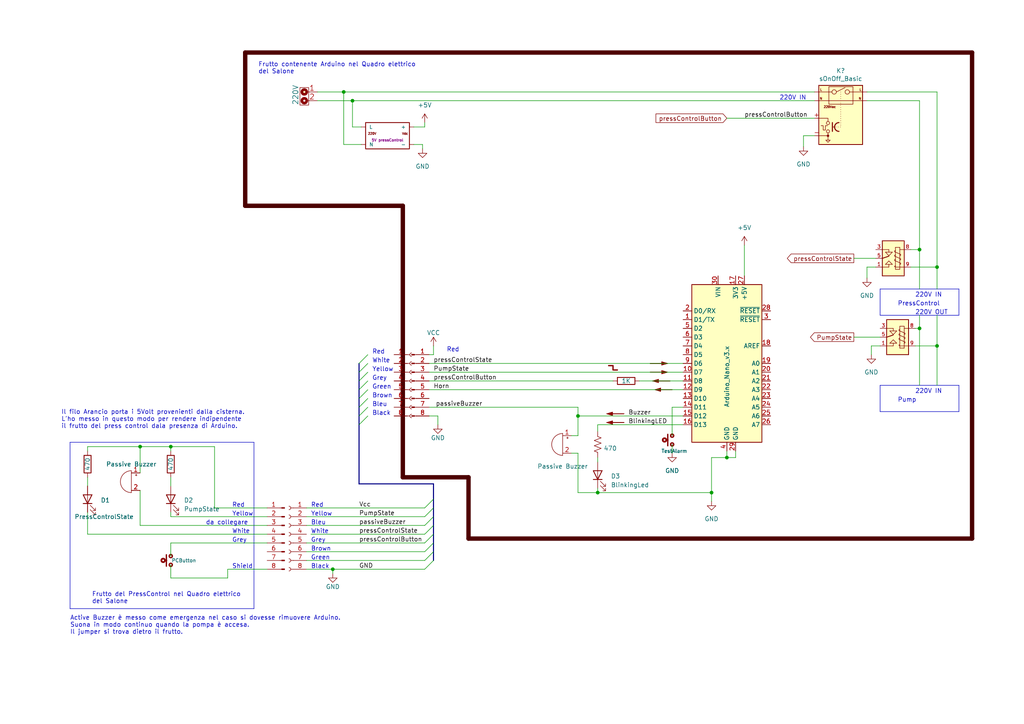
<source format=kicad_sch>
(kicad_sch (version 20230121) (generator eeschema)
  (paper "A4")
  (title_block (title "Allarme per pompa cisterna") (date "2020-02-16") (rev "1.1") (comment 2 "Esaurito un determinato tempo Arduino provvede direttamente a spegnere la pompa") (comment 3 "Il tutto prosegue fino a che la pompa si spegne") (comment 4 "Quando la pompa si accende Arduino provvede ad emettere dei suoni "))
  (lib_symbols
    (symbol "Connector:Conn_01x08_Pin" (pin_names (offset 1.016) hide)
      (property "Reference" "J" (at 0 10.16 0))
      (property "Value" "Conn_01x08_Pin" (at 0 -12.7 0))
      (symbol "Conn_01x08_Pin_1_1"
        (polyline (pts (xy 1.27 -10.16) (xy 0.8636 -10.16)) (stroke (width 0.1524)))
        (polyline (pts (xy 1.27 -7.62) (xy 0.8636 -7.62)) (stroke (width 0.1524)))
        (polyline (pts (xy 1.27 -5.08) (xy 0.8636 -5.08)) (stroke (width 0.1524)))
        (polyline (pts (xy 1.27 -2.54) (xy 0.8636 -2.54)) (stroke (width 0.1524)))
        (polyline (pts (xy 1.27 0) (xy 0.8636 0)) (stroke (width 0.1524)))
        (polyline (pts (xy 1.27 2.54) (xy 0.8636 2.54)) (stroke (width 0.1524)))
        (polyline (pts (xy 1.27 5.08) (xy 0.8636 5.08)) (stroke (width 0.1524)))
        (polyline (pts (xy 1.27 7.62) (xy 0.8636 7.62)) (stroke (width 0.1524)))
        (rectangle (start 0.8636 -10.033) (end 0 -10.287) (stroke (width 0.1524)) (fill (type outline)))
        (rectangle (start 0.8636 -7.493) (end 0 -7.747) (stroke (width 0.1524)) (fill (type outline)))
        (rectangle (start 0.8636 -4.953) (end 0 -5.207) (stroke (width 0.1524)) (fill (type outline)))
        (rectangle (start 0.8636 -2.413) (end 0 -2.667) (stroke (width 0.1524)) (fill (type outline)))
        (rectangle (start 0.8636 0.127) (end 0 -0.127) (stroke (width 0.1524)) (fill (type outline)))
        (rectangle (start 0.8636 2.667) (end 0 2.413) (stroke (width 0.1524)) (fill (type outline)))
        (rectangle (start 0.8636 5.207) (end 0 4.953) (stroke (width 0.1524)) (fill (type outline)))
        (rectangle (start 0.8636 7.747) (end 0 7.493) (stroke (width 0.1524)) (fill (type outline)))
        (pin passive line (at 5.08 7.62 180) (length 3.81) (name "Pin_1") (number "1"))
        (pin passive line (at 5.08 5.08 180) (length 3.81) (name "Pin_2") (number "2"))
        (pin passive line (at 5.08 2.54 180) (length 3.81) (name "Pin_3") (number "3"))
        (pin passive line (at 5.08 0 180) (length 3.81) (name "Pin_4") (number "4"))
        (pin passive line (at 5.08 -2.54 180) (length 3.81) (name "Pin_5") (number "5"))
        (pin passive line (at 5.08 -5.08 180) (length 3.81) (name "Pin_6") (number "6"))
        (pin passive line (at 5.08 -7.62 180) (length 3.81) (name "Pin_7") (number "7"))
        (pin passive line (at 5.08 -10.16 180) (length 3.81) (name "Pin_8") (number "8"))
      )
    )
    (symbol "Connector:Conn_01x08_Socket" (pin_names (offset 1.016) hide)
      (property "Reference" "J" (at 0 10.16 0))
      (property "Value" "Conn_01x08_Socket" (at 0 -12.7 0))
      (symbol "Conn_01x08_Socket_1_1"
        (arc (start 0 -9.652) (mid -0.5058 -10.16) (end 0 -10.668) (stroke (width 0.1524)))
        (arc (start 0 -7.112) (mid -0.5058 -7.62) (end 0 -8.128) (stroke (width 0.1524)))
        (arc (start 0 -4.572) (mid -0.5058 -5.08) (end 0 -5.588) (stroke (width 0.1524)))
        (arc (start 0 -2.032) (mid -0.5058 -2.54) (end 0 -3.048) (stroke (width 0.1524)))
        (polyline (pts (xy -1.27 -10.16) (xy -0.508 -10.16)) (stroke (width 0.1524)))
        (polyline (pts (xy -1.27 -7.62) (xy -0.508 -7.62)) (stroke (width 0.1524)))
        (polyline (pts (xy -1.27 -5.08) (xy -0.508 -5.08)) (stroke (width 0.1524)))
        (polyline (pts (xy -1.27 -2.54) (xy -0.508 -2.54)) (stroke (width 0.1524)))
        (polyline (pts (xy -1.27 0) (xy -0.508 0)) (stroke (width 0.1524)))
        (polyline (pts (xy -1.27 2.54) (xy -0.508 2.54)) (stroke (width 0.1524)))
        (polyline (pts (xy -1.27 5.08) (xy -0.508 5.08)) (stroke (width 0.1524)))
        (polyline (pts (xy -1.27 7.62) (xy -0.508 7.62)) (stroke (width 0.1524)))
        (arc (start 0 0.508) (mid -0.5058 0) (end 0 -0.508) (stroke (width 0.1524)))
        (arc (start 0 3.048) (mid -0.5058 2.54) (end 0 2.032) (stroke (width 0.1524)))
        (arc (start 0 5.588) (mid -0.5058 5.08) (end 0 4.572) (stroke (width 0.1524)))
        (arc (start 0 8.128) (mid -0.5058 7.62) (end 0 7.112) (stroke (width 0.1524)))
        (pin passive line (at -5.08 7.62 0) (length 3.81) (name "Pin_1") (number "1"))
        (pin passive line (at -5.08 5.08 0) (length 3.81) (name "Pin_2") (number "2"))
        (pin passive line (at -5.08 2.54 0) (length 3.81) (name "Pin_3") (number "3"))
        (pin passive line (at -5.08 0 0) (length 3.81) (name "Pin_4") (number "4"))
        (pin passive line (at -5.08 -2.54 0) (length 3.81) (name "Pin_5") (number "5"))
        (pin passive line (at -5.08 -5.08 0) (length 3.81) (name "Pin_6") (number "6"))
        (pin passive line (at -5.08 -7.62 0) (length 3.81) (name "Pin_7") (number "7"))
        (pin passive line (at -5.08 -10.16 0) (length 3.81) (name "Pin_8") (number "8"))
      )
    )
    (symbol "Device:Buzzer" (pin_names (offset 0.0254) hide)
      (property "Reference" "BZ" (at 3.81 1.27 0))
      (property "Value" "Buzzer" (at 3.81 -1.27 0))
      (symbol "Buzzer_0_1"
        (arc (start 0 -3.175) (mid 3.1612 0) (end 0 3.175))
        (polyline (pts (xy -1.651 1.905) (xy -1.143 1.905)))
        (polyline (pts (xy -1.397 2.159) (xy -1.397 1.651)))
        (polyline (pts (xy 0 3.175) (xy 0 -3.175)))
      )
      (symbol "Buzzer_1_1"
        (pin passive line (at -2.54 2.54 0) (length 2.54) (name "-") (number "1"))
        (pin passive line (at -2.54 -2.54 0) (length 2.54) (name "+") (number "2"))
      )
    )
    (symbol "Device:LED" (pin_numbers hide) (pin_names (offset 1.016) hide)
      (property "Reference" "D" (at 0 2.54 0))
      (property "Value" "LED" (at 0 -2.54 0))
      (symbol "LED_0_1"
        (polyline (pts (xy -1.27 -1.27) (xy -1.27 1.27)) (stroke (width 0.254)))
        (polyline (pts (xy -1.27 0) (xy 1.27 0)))
        (polyline (pts (xy 1.27 -1.27) (xy 1.27 1.27) (xy -1.27 0) (xy 1.27 -1.27)) (stroke (width 0.254)))
        (polyline (pts (xy -3.048 -0.762) (xy -4.572 -2.286) (xy -3.81 -2.286) (xy -4.572 -2.286) (xy -4.572 -1.524)))
        (polyline (pts (xy -1.778 -0.762) (xy -3.302 -2.286) (xy -2.54 -2.286) (xy -3.302 -2.286) (xy -3.302 -1.524)))
      )
      (symbol "LED_1_1"
        (pin passive line (at -3.81 0 0) (length 2.54) (name "K") (number "1"))
        (pin passive line (at 3.81 0 180) (length 2.54) (name "A") (number "2"))
      )
    )
    (symbol "Device:R" (pin_numbers hide) (pin_names (offset 0))
      (property "Reference" "R" (at 2.032 0 90))
      (property "Value" "R" (at 0 0 90))
      (symbol "R_0_1"
        (rectangle (start -1.016 -2.54) (end 1.016 2.54) (stroke (width 0.254)))
      )
      (symbol "R_1_1"
        (pin passive line (at 0 3.81 270) (length 1.27) (name "~") (number "1"))
        (pin passive line (at 0 -3.81 90) (length 1.27) (name "~") (number "2"))
      )
    )
    (symbol "Device:R_US" (pin_numbers hide) (pin_names (offset 0))
      (property "Reference" "R" (at 2.54 0 90))
      (property "Value" "R_US" (at -2.54 0 90))
      (symbol "R_US_0_1"
        (polyline (pts (xy 0 -2.286) (xy 0 -2.54)))
        (polyline (pts (xy 0 2.286) (xy 0 2.54)))
        (polyline (pts (xy 0 -0.762) (xy 1.016 -1.143) (xy 0 -1.524) (xy -1.016 -1.905) (xy 0 -2.286)))
        (polyline (pts (xy 0 0.762) (xy 1.016 0.381) (xy 0 0) (xy -1.016 -0.381) (xy 0 -0.762)))
        (polyline (pts (xy 0 2.286) (xy 1.016 1.905) (xy 0 1.524) (xy -1.016 1.143) (xy 0 0.762)))
      )
      (symbol "R_US_1_1"
        (pin passive line (at 0 3.81 270) (length 1.27) (name "~") (number "1"))
        (pin passive line (at 0 -3.81 90) (length 1.27) (name "~") (number "2"))
      )
    )
    (symbol "Graphic:SYM_Arrow_Normal" (in_bom no) (on_board no)
      (symbol "SYM_Arrow_Normal_0_1"
        (polyline (pts (xy 1.524 0) (xy -2.54 0)) (stroke (width 0.254)))
        (polyline (pts (xy 2.54 0) (xy 0.762 -0.508) (xy 0.762 0.508) (xy 2.54 0)) (fill (type outline)))
      )
    )
    (symbol "LnConnectors:CONN_02" (pin_names (offset 0.762) hide)
      (property "Reference" "J" (at 0 8.89 0))
      (property "Value" "CONN_02" (at 0 5.08 0))
      (symbol "CONN_02_0_1"
        (rectangle (start -1.27 7.62) (end 1.27 2.54))
        (circle (center 0 3.81) (radius 0.6858) (stroke (width 0.762)))
        (circle (center 0 6.35) (radius 0.6858) (stroke (width 0.762)) (fill (type background)))
      )
      (symbol "CONN_02_1_1"
        (pin passive line (at 3.81 6.35 180) (length 3.175) (name "1") (number "1"))
        (pin passive line (at 3.81 3.81 180) (length 3.175) (name "2") (number "2"))
      )
    )
    (symbol "LnDevice:Alimentatore" (pin_names (offset 1.016))
      (property "Reference" "Al" (at 0 1.905 0))
      (property "Value" "Alimentatore" (at 0 -2.54 0))
      (symbol "Alimentatore_0_0"
        (text "Vdc" (at 5.08 0.635 0) (effects (font (size 0.635 0.635))))
      )
      (symbol "Alimentatore_0_1"
        (rectangle (start -6.35 3.81) (end 6.35 -3.81) (stroke (width 0.254)))
        (pin power_out line (at 7.62 2.54 180) (length 1.27) (name "+") (number "~"))
        (pin power_out line (at 7.62 -2.54 180) (length 1.27) (name "-") (number "~"))
        (pin power_in line (at -7.62 2.54 0) (length 1.27) (name "L") (number "~"))
        (pin power_in line (at -7.62 -2.54 0) (length 1.27) (name "N") (number "~"))
      )
      (symbol "Alimentatore_1_0"
        (text "220V" (at -4.445 0.635 0) (effects (font (size 0.635 0.635))))
      )
    )
    (symbol "LnDevice:Edge" (pin_numbers hide) (pin_names (offset 0))
      (symbol "Edge_0_1"
        (polyline (pts (xy -1.27 1.905) (xy 0 1.905) (xy 0 0.635) (xy 1.27 0.635)) (stroke (width 0.381)))
      )
    )
    (symbol "LnDevice:PulsanteNO" (pin_numbers hide) (pin_names (offset 1.016) hide)
      (property "Reference" "SW" (at 3.81 2.794 0))
      (property "Value" "PulsanteNO" (at 0 -2.032 0))
      (symbol "PulsanteNO_0_1"
        (circle (center -1.27 0) (radius 0.4572) (stroke (width 0.381)))
        (polyline (pts (xy -1.651 1.27) (xy 1.651 1.27)) (stroke (width 0.381)))
        (polyline (pts (xy 0 1.651) (xy 0 1.27)) (stroke (width 0.508)))
        (circle (center 0.0254 2.2098) (radius 0.508) (stroke (width 0.508)))
        (circle (center 1.27 0) (radius 0.4572) (stroke (width 0.381)))
        (pin passive line (at -1.27 0 0) (length 0.0254) (name "1") (number "1"))
        (pin passive line (at 1.27 0 180) (length 0.0254) (name "2") (number "2"))
      )
    )
    (symbol "LnDevice:RELAY_1RT" (pin_names (offset 1.016) hide)
      (property "Reference" "K" (at -1.27 5.08 0))
      (property "Value" "RELAY_1RT" (at 0 -5.08 0))
      (symbol "RELAY_1RT_0_1"
        (rectangle (start -3.175 6.35) (end 3.175 -3.81) (stroke (width 0.254)) (fill (type background)))
        (polyline (pts (xy -3.175 -1.27) (xy -1.905 -1.27)))
        (polyline (pts (xy -3.175 3.81) (xy -1.905 3.81)))
        (polyline (pts (xy -1.905 4.445) (xy -1.905 -1.905)))
        (polyline (pts (xy -1.905 4.445) (xy -0.635 4.445)))
        (polyline (pts (xy -0.635 -1.905) (xy -1.905 -1.905)))
        (polyline (pts (xy -0.635 4.445) (xy -0.635 -1.905)))
        (polyline (pts (xy 0.254 -0.4826) (xy 2.2606 -0.4826)))
        (polyline (pts (xy 0.254 3.0734) (xy 2.2606 3.0734)))
        (polyline (pts (xy 1.27 -1.27) (xy 1.27 -0.762)))
        (polyline (pts (xy 1.27 -0.762) (xy 1.27 -0.4826)))
        (polyline (pts (xy 1.27 0.508) (xy 0.254 -0.4826)))
        (polyline (pts (xy 1.27 1.905) (xy 3.175 1.27)) (stroke (width 0.254)))
        (polyline (pts (xy 1.27 2.032) (xy 0.254 3.0734)))
        (polyline (pts (xy 1.27 3.81) (xy 1.27 3.175)))
        (polyline (pts (xy 1.27 3.81) (xy 3.175 3.81)))
        (polyline (pts (xy 2.2606 -0.4826) (xy 1.27 0.508)))
        (polyline (pts (xy 2.2606 3.0734) (xy 1.27 2.032)))
        (polyline (pts (xy 3.175 -1.27) (xy 1.27 -1.27)))
        (polyline (pts (xy -1.905 -1.27) (xy -0.635 -1.27) (xy -0.381 -1.143) (xy -0.381 -1.016) (xy -0.635 -0.889)))
        (polyline (pts (xy -1.905 -0.508) (xy -2.159 -0.381) (xy -2.159 -0.127) (xy -0.381 0.635) (xy -0.381 0.889) (xy -0.635 1.016)))
        (polyline (pts (xy -1.905 0.762) (xy -2.159 0.889) (xy -2.159 1.143) (xy -0.381 1.905) (xy -0.381 2.159) (xy -0.635 2.286)))
        (polyline (pts (xy -1.905 2.032) (xy -2.159 2.159) (xy -2.159 2.413) (xy -0.381 3.175) (xy -0.381 3.429) (xy -0.635 3.556)))
      )
      (symbol "RELAY_1RT_1_1"
        (pin passive line (at 5.08 -1.27 180) (length 1.905) (name "T1") (number "1"))
        (pin passive line (at 5.08 3.81 180) (length 1.905) (name "R1") (number "3"))
        (pin passive line (at 5.08 1.27 180) (length 1.905) (name "C1") (number "5"))
        (pin input line (at -5.08 3.81 0) (length 1.905) (name "8") (number "8"))
        (pin input line (at -5.08 -1.27 0) (length 1.905) (name "9") (number "9"))
      )
    )
    (symbol "LnDevice:sOnOff_Basic" (pin_names (offset 1.016))
      (property "Reference" "K" (at 3.175 -0.635 0))
      (property "Value" "sOnOff_Basic" (at -5.08 10.16 0))
      (symbol "sOnOff_Basic_0_0"
        (polyline (pts (xy -6.35 5.08) (xy -2.54 5.08)))
        (polyline (pts (xy -3.429 6.604) (xy -3.429 1.524) (xy 3.556 1.524) (xy 3.556 6.604) (xy -3.429 6.604)))
        (text "220Vac" (at -3.175 0.762 0) (effects (font (size 0.635 0.635))))
        (text "L" (at -5.715 5.715 0) (effects (font (size 0.635 0.635))))
        (text "L" (at 5.715 5.715 0) (effects (font (size 0.635 0.635))))
        (text "N" (at -5.715 3.175 0) (effects (font (size 0.635 0.635))))
        (text "N" (at 5.588 3.175 0) (effects (font (size 0.635 0.635))))
      )
      (symbol "sOnOff_Basic_0_1"
        (rectangle (start -6.35 6.985) (end 6.35 -10.16) (stroke (width 0.254)) (fill (type background)))
        (circle (center -3.683 -7.62) (radius 0.2794) (fill (type outline)))
        (circle (center -1.905 5.08) (radius 0.635))
        (arc (start -0.508 -3.81) (mid -1.7725 -5.08) (end -0.508 -6.35) (stroke (width 0.3048)))
        (polyline (pts (xy -6.223 2.54) (xy 6.477 2.54)))
        (polyline (pts (xy -3.683 -7.62) (xy -3.683 -8.89)))
        (polyline (pts (xy -2.413 -6.35) (xy -2.413 -3.81)) (stroke (width 0.3048)))
        (polyline (pts (xy -1.778 -5.08) (xy -2.413 -5.08)))
        (polyline (pts (xy -1.27 5.08) (xy 1.27 6.35)))
        (polyline (pts (xy 2.54 5.08) (xy 6.35 5.08)))
        (polyline (pts (xy -4.318 -8.89) (xy -3.048 -8.89) (xy -3.683 -9.525) (xy -4.318 -8.89)))
        (polyline (pts (xy -5.715 -4.699) (xy -5.08 -4.699) (xy -5.08 -5.969) (xy -4.445 -5.969) (xy -4.445 -4.699) (xy -3.81 -4.699)))
        (circle (center 1.905 5.08) (radius 0.635))
      )
      (symbol "sOnOff_Basic_0_2"
        (rectangle (start -6.35 8.89) (end 6.35 -10.16) (stroke (width 0.254)) (fill (type background)))
        (circle (center -1.905 5.08) (radius 0.635))
        (polyline (pts (xy -6.223 2.54) (xy 6.477 2.54)))
        (polyline (pts (xy -1.27 5.08) (xy 1.27 6.35)))
        (polyline (pts (xy 1.778 -5.08) (xy 2.413 -5.08)))
        (polyline (pts (xy 2.413 -6.35) (xy 2.413 -3.81)) (stroke (width 0.3048)))
        (polyline (pts (xy 2.54 5.08) (xy 6.35 5.08)))
        (polyline (pts (xy 3.683 -7.62) (xy 3.683 -8.89)))
        (polyline (pts (xy 4.318 -8.89) (xy 3.048 -8.89) (xy 3.683 -9.525) (xy 4.318 -8.89)))
        (polyline (pts (xy 5.715 -4.826) (xy 5.08 -4.826) (xy 5.08 -6.096) (xy 4.445 -6.096) (xy 4.445 -4.826) (xy 3.81 -4.826)))
        (arc (start 0.508 -6.35) (mid 1.7725 -5.08) (end 0.508 -3.81) (stroke (width 0.3048)))
        (circle (center 1.905 5.08) (radius 0.635))
        (circle (center 3.683 -7.62) (radius 0.2794) (fill (type outline)))
      )
      (symbol "sOnOff_Basic_1_1"
        (circle (center -3.683 -6.35) (radius 0.4579))
        (circle (center -3.683 -3.937) (radius 0.4579))
        (polyline (pts (xy -6.35 -7.62) (xy -3.683 -7.62) (xy -3.683 -6.858)))
        (polyline (pts (xy -6.223 -2.54) (xy -3.683 -2.54) (xy -3.683 -3.429)))
        (polyline (pts (xy 0 5.08) (xy 0 -5.08) (xy -2.54 -5.08)) (stroke (width 0) (type dot)))
        (pin passive line (at -7.62 -2.54 0) (length 1.27) (name "") (number "+"))
        (pin passive line (at -7.62 -7.62 0) (length 1.27) (name "") (number "-"))
        (pin power_in line (at -7.62 2.54 0) (length 1.27) (name "~") (number "~"))
        (pin power_in line (at -7.62 5.08 0) (length 1.27) (name "~") (number "~"))
        (pin power_out line (at 7.62 2.54 180) (length 1.27) (name "~") (number "~"))
        (pin power_out line (at 7.62 5.08 180) (length 1.27) (name "~") (number "~"))
      )
      (symbol "sOnOff_Basic_1_2"
        (polyline (pts (xy 0 5.08) (xy 0 -5.08) (xy 2.54 -5.08)) (stroke (width 0) (type dot)))
        (polyline (pts (xy 3.556 -6.731) (xy 3.556 -7.62) (xy 6.35 -7.62)))
        (polyline (pts (xy 3.556 -3.683) (xy 3.556 -2.54) (xy 6.35 -2.54)))
        (circle (center 3.556 -6.35) (radius 0.381))
        (circle (center 3.556 -4.064) (radius 0.381))
        (pin passive line (at 7.62 -2.54 180) (length 1.27) (name "") (number "+"))
        (pin passive line (at 7.62 -7.62 180) (length 1.27) (name "") (number "-"))
        (pin power_in line (at -7.62 2.54 0) (length 1.27) (name "~") (number "~"))
        (pin power_in line (at -7.62 5.08 0) (length 1.27) (name "~") (number "~"))
        (pin power_out line (at 7.62 2.54 180) (length 1.27) (name "~") (number "~"))
        (pin power_out line (at 7.62 5.08 180) (length 1.27) (name "~") (number "~"))
      )
    )
    (symbol "MCU_Module:Arduino_Nano_v3.x"
      (property "Reference" "A" (at -10.16 23.495 0))
      (property "Value" "Arduino_Nano_v3.x" (at 5.08 -24.13 0))
      (symbol "Arduino_Nano_v3.x_0_1"
        (rectangle (start -10.16 22.86) (end 10.16 -22.86) (stroke (width 0.254)) (fill (type background)))
      )
      (symbol "Arduino_Nano_v3.x_1_1"
        (pin bidirectional line (at -12.7 12.7 0) (length 2.54) (name "D1/TX") (number "1"))
        (pin bidirectional line (at -12.7 -2.54 0) (length 2.54) (name "D7") (number "10"))
        (pin bidirectional line (at -12.7 -5.08 0) (length 2.54) (name "D8") (number "11"))
        (pin bidirectional line (at -12.7 -7.62 0) (length 2.54) (name "D9") (number "12"))
        (pin bidirectional line (at -12.7 -10.16 0) (length 2.54) (name "D10") (number "13"))
        (pin bidirectional line (at -12.7 -12.7 0) (length 2.54) (name "D11") (number "14"))
        (pin bidirectional line (at -12.7 -15.24 0) (length 2.54) (name "D12") (number "15"))
        (pin bidirectional line (at -12.7 -17.78 0) (length 2.54) (name "D13") (number "16"))
        (pin power_out line (at 2.54 25.4 270) (length 2.54) (name "3V3") (number "17"))
        (pin input line (at 12.7 5.08 180) (length 2.54) (name "AREF") (number "18"))
        (pin bidirectional line (at 12.7 0 180) (length 2.54) (name "A0") (number "19"))
        (pin bidirectional line (at -12.7 15.24 0) (length 2.54) (name "D0/RX") (number "2"))
        (pin bidirectional line (at 12.7 -2.54 180) (length 2.54) (name "A1") (number "20"))
        (pin bidirectional line (at 12.7 -5.08 180) (length 2.54) (name "A2") (number "21"))
        (pin bidirectional line (at 12.7 -7.62 180) (length 2.54) (name "A3") (number "22"))
        (pin bidirectional line (at 12.7 -10.16 180) (length 2.54) (name "A4") (number "23"))
        (pin bidirectional line (at 12.7 -12.7 180) (length 2.54) (name "A5") (number "24"))
        (pin bidirectional line (at 12.7 -15.24 180) (length 2.54) (name "A6") (number "25"))
        (pin bidirectional line (at 12.7 -17.78 180) (length 2.54) (name "A7") (number "26"))
        (pin power_out line (at 5.08 25.4 270) (length 2.54) (name "+5V") (number "27"))
        (pin input line (at 12.7 15.24 180) (length 2.54) (name "~{RESET}") (number "28"))
        (pin power_in line (at 2.54 -25.4 90) (length 2.54) (name "GND") (number "29"))
        (pin input line (at 12.7 12.7 180) (length 2.54) (name "~{RESET}") (number "3"))
        (pin power_in line (at -2.54 25.4 270) (length 2.54) (name "VIN") (number "30"))
        (pin power_in line (at 0 -25.4 90) (length 2.54) (name "GND") (number "4"))
        (pin bidirectional line (at -12.7 10.16 0) (length 2.54) (name "D2") (number "5"))
        (pin bidirectional line (at -12.7 7.62 0) (length 2.54) (name "D3") (number "6"))
        (pin bidirectional line (at -12.7 5.08 0) (length 2.54) (name "D4") (number "7"))
        (pin bidirectional line (at -12.7 2.54 0) (length 2.54) (name "D5") (number "8"))
        (pin bidirectional line (at -12.7 0 0) (length 2.54) (name "D6") (number "9"))
      )
    )
    (symbol "power:+5V" (power) (pin_names (offset 0))
      (property "Value" "+5V" (at 0 3.556 0))
      (symbol "+5V_0_1"
        (polyline (pts (xy -0.762 1.27) (xy 0 2.54)))
        (polyline (pts (xy 0 0) (xy 0 2.54)))
        (polyline (pts (xy 0 2.54) (xy 0.762 1.27)))
      )
      (symbol "+5V_1_1"
        (pin power_in line (at 0 0 90) (length 0) hide (name "+5V") (number "1"))
      )
    )
    (symbol "power:GND" (power) (pin_names (offset 0))
      (property "Value" "GND" (at 0 -3.81 0))
      (symbol "GND_0_1"
        (polyline (pts (xy 0 0) (xy 0 -1.27) (xy 1.27 -1.27) (xy 0 -2.54) (xy -1.27 -1.27) (xy 0 -1.27)))
      )
      (symbol "GND_1_1"
        (pin power_in line (at 0 0 270) (length 0) hide (name "GND") (number "1"))
      )
    )
    (symbol "power:VCC" (power) (pin_names (offset 0))
      (property "Value" "VCC" (at 0 3.81 0))
      (symbol "VCC_0_1"
        (polyline (pts (xy -0.762 1.27) (xy 0 2.54)))
        (polyline (pts (xy 0 0) (xy 0 2.54)))
        (polyline (pts (xy 0 2.54) (xy 0.762 1.27)))
      )
      (symbol "VCC_1_1"
        (pin power_in line (at 0 0 90) (length 0) hide (name "VCC") (number "1"))
      )
    )
  )
  (junction (at 102.235 29.21))
  (junction (at 210.82 132.715))
  (junction (at 173.355 142.875))
  (junction (at 96.52 165.1))
  (junction (at 167.64 120.65))
  (junction (at 40.64 129.54))
  (junction (at 266.7 72.39))
  (junction (at 99.695 26.67))
  (junction (at 266.7 95.25))
  (junction (at 271.78 100.33))
  (junction (at 271.78 77.47))
  (junction (at 206.375 142.875))
  (junction (at 49.53 129.54))
  (bus_entry (at 106.68 105.41) (size -2.54 2.54))
  (bus_entry (at 125.73 157.48) (size -2.54 2.54))
  (bus_entry (at 125.73 160.02) (size -2.54 2.54))
  (bus_entry (at 106.68 118.11) (size -2.54 2.54))
  (bus_entry (at 125.73 154.94) (size -2.54 2.54))
  (bus_entry (at 106.68 102.87) (size -2.54 2.54))
  (bus_entry (at 125.73 149.86) (size -2.54 2.54))
  (bus_entry (at 125.73 162.56) (size -2.54 2.54))
  (bus_entry (at 106.68 115.57) (size -2.54 2.54))
  (bus_entry (at 106.68 107.95) (size -2.54 2.54))
  (bus_entry (at 125.73 147.32) (size -2.54 2.54))
  (bus_entry (at 125.73 152.4) (size -2.54 2.54))
  (bus_entry (at 125.73 144.78) (size -2.54 2.54))
  (bus_entry (at 106.68 110.49) (size -2.54 2.54))
  (bus_entry (at 106.68 120.65) (size -2.54 2.54))
  (bus_entry (at 106.68 113.03) (size -2.54 2.54))
  (wire (pts (xy 88.9 147.32) (xy 123.19 147.32)))
  (bus (pts (xy 104.14 110.49) (xy 104.14 113.03)))
  (polyline (pts (xy 255.27 91.44) (xy 278.13 91.44)))
  (wire (pts (xy 25.4 129.54) (xy 25.4 130.81)))
  (wire (pts (xy 49.53 129.54) (xy 62.23 129.54)))
  (bus (pts (xy 125.73 157.48) (xy 125.73 160.02)))
  (wire (pts (xy 49.53 157.48) (xy 49.53 161.29)))
  (wire (pts (xy 116.84 138.43) (xy 116.84 59.69)) (stroke (width 1.27) (color 72 0 0 1)))
  (wire (pts (xy 266.7 29.21) (xy 266.7 72.39)))
  (bus (pts (xy 104.14 107.95) (xy 104.14 110.49)))
  (wire (pts (xy 62.23 129.54) (xy 62.23 147.32)))
  (wire (pts (xy 90.17 154.94) (xy 123.19 154.94)))
  (wire (pts (xy 96.52 165.1) (xy 123.19 165.1)))
  (wire (pts (xy 88.9 152.4) (xy 123.19 152.4)))
  (wire (pts (xy 49.53 148.59) (xy 49.53 149.86)))
  (wire (pts (xy 265.43 95.25) (xy 266.7 95.25)))
  (wire (pts (xy 206.375 142.875) (xy 206.375 145.415)))
  (wire (pts (xy 173.355 132.715) (xy 173.355 133.985)))
  (bus (pts (xy 125.73 154.94) (xy 125.73 157.48)))
  (wire (pts (xy 265.43 100.33) (xy 271.78 100.33)))
  (bus (pts (xy 104.14 113.03) (xy 104.14 115.57)))
  (wire (pts (xy 167.64 131.445) (xy 167.64 142.875)))
  (wire (pts (xy 210.82 132.715) (xy 213.36 132.715)))
  (wire (pts (xy 281.94 156.21) (xy 281.94 15.24)) (stroke (width 1.27) (color 72 0 0 1)))
  (polyline (pts (xy 255.27 111.76) (xy 255.27 119.38)))
  (wire (pts (xy 40.64 152.4) (xy 77.47 152.4)))
  (wire (pts (xy 25.4 129.54) (xy 40.64 129.54)))
  (polyline (pts (xy 278.13 111.76) (xy 255.27 111.76)))
  (wire (pts (xy 124.46 107.95) (xy 198.12 107.95)))
  (wire (pts (xy 49.53 157.48) (xy 77.47 157.48)))
  (wire (pts (xy 255.27 100.33) (xy 252.73 100.33)))
  (polyline (pts (xy 278.13 91.44) (xy 278.13 83.82)))
  (wire (pts (xy 88.9 160.02) (xy 123.19 160.02)))
  (wire (pts (xy 71.12 15.24) (xy 71.12 59.69)) (stroke (width 1.27) (color 72 0 0 1)))
  (wire (pts (xy 252.73 100.33) (xy 252.73 102.87)))
  (wire (pts (xy 102.235 29.21) (xy 92.075 29.21)))
  (wire (pts (xy 251.46 77.47) (xy 251.46 80.645)))
  (polyline (pts (xy 73.66 128.27) (xy 73.66 176.53)))
  (wire (pts (xy 124.46 105.41) (xy 198.12 105.41)))
  (wire (pts (xy 40.64 137.16) (xy 40.64 129.54)))
  (wire (pts (xy 271.78 26.67) (xy 271.78 77.47)))
  (wire (pts (xy 66.04 165.1) (xy 77.47 165.1)))
  (wire (pts (xy 233.045 39.37) (xy 233.045 42.545)))
  (bus (pts (xy 125.73 149.86) (xy 125.73 152.4)))
  (wire (pts (xy 194.945 131.445) (xy 194.945 128.905)))
  (wire (pts (xy 104.775 41.91) (xy 99.695 41.91)))
  (wire (pts (xy 167.64 120.65) (xy 198.12 120.65)))
  (wire (pts (xy 266.7 95.25) (xy 266.7 111.76)))
  (wire (pts (xy 124.46 120.65) (xy 127 120.65)))
  (wire (pts (xy 167.64 118.11) (xy 167.64 120.65)))
  (wire (pts (xy 25.4 154.94) (xy 77.47 154.94)))
  (wire (pts (xy 247.65 97.79) (xy 255.27 97.79)))
  (wire (pts (xy 123.19 36.83) (xy 123.19 35.56)))
  (bus (pts (xy 104.14 120.65) (xy 104.14 123.19)))
  (polyline (pts (xy 73.66 176.53) (xy 20.32 176.53)))
  (bus (pts (xy 125.73 147.32) (xy 125.73 149.86)))
  (wire (pts (xy 88.9 162.56) (xy 123.19 162.56)))
  (wire (pts (xy 25.4 148.59) (xy 25.4 154.94)))
  (wire (pts (xy 49.53 167.64) (xy 49.53 163.83)))
  (wire (pts (xy 99.695 26.67) (xy 236.22 26.67)))
  (wire (pts (xy 247.65 74.93) (xy 254 74.93)))
  (wire (pts (xy 281.94 156.21) (xy 135.89 156.21)) (stroke (width 1.27) (color 72 0 0 1)))
  (wire (pts (xy 194.945 118.11) (xy 194.945 126.365)))
  (wire (pts (xy 25.4 138.43) (xy 25.4 140.97)))
  (polyline (pts (xy 20.32 176.53) (xy 20.32 128.27)))
  (bus (pts (xy 125.73 144.78) (xy 125.73 147.32)))
  (wire (pts (xy 102.235 36.83) (xy 102.235 29.21)))
  (wire (pts (xy 271.78 100.33) (xy 271.78 111.76)))
  (wire (pts (xy 271.78 77.47) (xy 271.78 83.82)))
  (bus (pts (xy 125.73 152.4) (xy 125.73 154.94)))
  (bus (pts (xy 104.14 105.41) (xy 104.14 107.95)))
  (wire (pts (xy 210.82 132.715) (xy 206.375 132.715)))
  (wire (pts (xy 88.9 157.48) (xy 123.19 157.48)))
  (wire (pts (xy 62.23 147.32) (xy 77.47 147.32)))
  (polyline (pts (xy 278.13 83.82) (xy 255.27 83.82)))
  (wire (pts (xy 40.64 152.4) (xy 40.64 142.24)))
  (bus (pts (xy 104.14 118.11) (xy 104.14 120.65)))
  (wire (pts (xy 135.89 138.43) (xy 116.84 138.43)) (stroke (width 1.27) (color 72 0 0 1)))
  (wire (pts (xy 264.16 72.39) (xy 266.7 72.39)))
  (wire (pts (xy 254 77.47) (xy 251.46 77.47)))
  (wire (pts (xy 125.73 102.87) (xy 124.46 102.87)))
  (wire (pts (xy 71.12 59.69) (xy 116.84 59.69)) (stroke (width 1.27) (color 72 0 0 1)))
  (wire (pts (xy 124.46 110.49) (xy 177.8 110.49)))
  (wire (pts (xy 49.53 149.86) (xy 77.47 149.86)))
  (wire (pts (xy 104.775 36.83) (xy 102.235 36.83)))
  (wire (pts (xy 49.53 129.54) (xy 49.53 130.81)))
  (wire (pts (xy 40.64 129.54) (xy 49.53 129.54)))
  (wire (pts (xy 266.7 29.21) (xy 251.46 29.21)))
  (wire (pts (xy 124.46 118.11) (xy 167.64 118.11)))
  (wire (pts (xy 236.22 29.21) (xy 102.235 29.21)))
  (wire (pts (xy 167.64 142.875) (xy 173.355 142.875)))
  (polyline (pts (xy 255.27 83.82) (xy 255.27 91.44)))
  (wire (pts (xy 266.7 72.39) (xy 266.7 83.82)))
  (polyline (pts (xy 278.13 119.38) (xy 278.13 111.76)))
  (wire (pts (xy 281.94 15.24) (xy 71.12 15.24)) (stroke (width 1.27) (color 72 0 0 1)))
  (wire (pts (xy 120.015 36.83) (xy 123.19 36.83)))
  (wire (pts (xy 167.64 120.65) (xy 167.64 126.365)))
  (wire (pts (xy 173.355 125.095) (xy 173.355 123.19)))
  (wire (pts (xy 210.82 130.81) (xy 210.82 132.715)))
  (bus (pts (xy 125.73 140.335) (xy 125.73 144.78)))
  (polyline (pts (xy 20.32 128.27) (xy 73.66 128.27)))
  (wire (pts (xy 264.16 77.47) (xy 271.78 77.47)))
  (wire (pts (xy 173.355 142.875) (xy 206.375 142.875)))
  (wire (pts (xy 125.73 100.33) (xy 125.73 102.87)))
  (wire (pts (xy 215.9 71.12) (xy 215.9 80.01)))
  (wire (pts (xy 135.89 156.21) (xy 135.89 138.43)) (stroke (width 1.27) (color 72 0 0 1)))
  (wire (pts (xy 198.12 118.11) (xy 194.945 118.11)))
  (bus (pts (xy 104.14 123.19) (xy 104.14 140.335)))
  (wire (pts (xy 271.78 91.44) (xy 271.78 100.33)))
  (wire (pts (xy 233.045 39.37) (xy 236.22 39.37)))
  (wire (pts (xy 167.64 126.365) (xy 165.735 126.365)))
  (wire (pts (xy 120.015 41.91) (xy 122.555 41.91)))
  (bus (pts (xy 125.73 160.02) (xy 125.73 162.56)))
  (wire (pts (xy 99.695 41.91) (xy 99.695 26.67)))
  (wire (pts (xy 173.355 123.19) (xy 198.12 123.19)))
  (bus (pts (xy 104.14 115.57) (xy 104.14 118.11)))
  (wire (pts (xy 185.42 110.49) (xy 198.12 110.49)))
  (wire (pts (xy 206.375 132.715) (xy 206.375 142.875)))
  (wire (pts (xy 127 120.65) (xy 127 123.19)))
  (wire (pts (xy 88.9 165.1) (xy 96.52 165.1)))
  (wire (pts (xy 122.555 41.91) (xy 122.555 43.18)))
  (bus (pts (xy 104.14 140.335) (xy 125.73 140.335)))
  (wire (pts (xy 124.46 113.03) (xy 198.12 113.03)))
  (wire (pts (xy 49.53 138.43) (xy 49.53 140.97)))
  (wire (pts (xy 167.64 131.445) (xy 165.735 131.445)))
  (wire (pts (xy 49.53 167.64) (xy 66.04 167.64)))
  (wire (pts (xy 92.075 26.67) (xy 99.695 26.67)))
  (wire (pts (xy 66.04 167.64) (xy 66.04 165.1)))
  (wire (pts (xy 210.82 34.29) (xy 236.22 34.29)))
  (wire (pts (xy 213.36 132.715) (xy 213.36 130.81)))
  (wire (pts (xy 96.52 165.1) (xy 96.52 166.37)))
  (wire (pts (xy 173.355 141.605) (xy 173.355 142.875)))
  (polyline (pts (xy 255.27 119.38) (xy 278.13 119.38)))
  (wire (pts (xy 271.78 26.67) (xy 251.46 26.67)))
  (wire (pts (xy 266.7 91.44) (xy 266.7 95.25)))
  (wire (pts (xy 88.9 149.86) (xy 123.19 149.86)))
  (text "Brown" (at 107.95 115.57 0) (effects (font (size 1.27 1.27)) (justify left bottom)))
  (text "220V IN" (at 226.06 29.21 0) (effects (font (size 1.27 1.27)) (justify left bottom)))
  (text "da collegare" (at 59.69 152.4 0) (effects (font (size 1.27 1.27)) (justify left bottom)))
  (text "Red" (at 107.95 102.87 0) (effects (font (size 1.27 1.27)) (justify left bottom)))
  (text "Frutto del PressControl nel Quadro elettrico \ndel Salone" (at 26.67 175.26 0) (effects (font (size 1.27 1.27)) (justify left bottom)))
  (text "White" (at 90.17 154.94 0) (effects (font (size 1.27 1.27)) (justify left bottom)))
  (text "Brown" (at 90.17 160.02 0) (effects (font (size 1.27 1.27)) (justify left bottom)))
  (text "Yellow" (at 90.17 149.86 0) (effects (font (size 1.27 1.27)) (justify left bottom)))
  (text "Grey" (at 90.17 157.48 0) (effects (font (size 1.27 1.27)) (justify left bottom)))
  (text "White" (at 107.95 105.41 0) (effects (font (size 1.27 1.27)) (justify left bottom)))
  (text "Bleu" (at 107.95 118.11 0) (effects (font (size 1.27 1.27)) (justify left bottom)))
  (text "220V IN" (at 265.43 114.3 0) (effects (font (size 1.27 1.27)) (justify left bottom)))
  (text "Grey" (at 107.95 110.49 0) (effects (font (size 1.27 1.27)) (justify left bottom)))
  (text "Green" (at 90.17 162.56 0) (effects (font (size 1.27 1.27)) (justify left bottom)))
  (text "Frutto contenente Arduino nel Quadro elettrico \ndel Salone" (at 74.93 21.59 0) (effects (font (size 1.27 1.27)) (justify left bottom)))
  (text "Active Buzzer è messo come emergenza nel caso si dovesse rimuovere Arduino.\nSuona in modo continuo quando la pompa è accesa.\nIl jumper si trova dietro il frutto." (at 20.32 184.15 0) (effects (font (size 1.27 1.27)) (justify left bottom)))
  (text "Il filo Arancio porta i 5Volt provenienti dalla cisterna. \nL'ho messo in questo modo per rendere indipendente\nil frutto del press control dala presenza di Arduino." (at 17.78 124.46 0) (effects (font (size 1.27 1.27)) (justify left bottom)))
  (text "White" (at 67.31 154.94 0) (effects (font (size 1.27 1.27)) (justify left bottom)))
  (text "Red" (at 90.17 147.32 0) (effects (font (size 1.27 1.27)) (justify left bottom)))
  (text "220V OUT" (at 265.43 91.44 0) (effects (font (size 1.27 1.27)) (justify left bottom)))
  (text "220V IN" (at 265.43 86.36 0) (effects (font (size 1.27 1.27)) (justify left bottom)))
  (text "Green" (at 107.95 113.03 0) (effects (font (size 1.27 1.27)) (justify left bottom)))
  (text "Shield" (at 67.31 165.1 0) (effects (font (size 1.27 1.27)) (justify left bottom)))
  (text "Yellow" (at 67.31 149.86 0) (effects (font (size 1.27 1.27)) (justify left bottom)))
  (text "Black" (at 90.17 165.1 0) (effects (font (size 1.27 1.27)) (justify left bottom)))
  (text "Red\n" (at 129.54 102.235 0) (effects (font (size 1.27 1.27)) (justify left bottom)))
  (text "PressControl" (at 260.35 88.9 0) (effects (font (size 1.27 1.27)) (justify left bottom)))
  (text "Black" (at 107.95 120.65 0) (effects (font (size 1.27 1.27)) (justify left bottom)))
  (text "Yellow" (at 107.95 107.95 0) (effects (font (size 1.27 1.27)) (justify left bottom)))
  (text "Pump" (at 260.35 116.84 0) (effects (font (size 1.27 1.27)) (justify left bottom)))
  (text "Bleu" (at 90.17 152.4 0) (effects (font (size 1.27 1.27)) (justify left bottom)))
  (text "Grey" (at 67.31 157.48 0) (effects (font (size 1.27 1.27)) (justify left bottom)))
  (text "Red" (at 67.31 147.32 0) (effects (font (size 1.27 1.27)) (justify left bottom)))
  (label "passiveBuzzer" (at 126.365 118.11 0))
  (label "pressControlState" (at 125.73 105.41 0))
  (label "Vcc" (at 104.14 147.32 0))
  (label "PumpState" (at 125.73 107.95 0))
  (label "pressControlButton" (at 125.73 110.49 0))
  (label "Buzzer" (at 182.245 120.65 0))
  (label "pressControlState" (at 104.14 154.94 0))
  (label "GND" (at 104.14 165.1 0))
  (label "PumpState" (at 104.14 149.86 0))
  (label "passiveBuzzer" (at 104.14 152.4 0))
  (label "pressControlButton" (at 104.14 157.48 0))
  (label "BlinkingLED" (at 182.245 123.19 0))
  (label "Horn" (at 125.73 113.03 0))
  (label "pressControlButton" (at 215.9 34.29 0))
  (global_label "pressControlState" (shape output) (at 247.65 74.93 180) (property "Intersheetrefs" "${INTERSHEET_REFS}" (effects hide)))
  (global_label "pressControlButton" (shape input) (at 210.82 34.29 180) (property "Intersheetrefs" "${INTERSHEET_REFS}" (effects hide)))
  (global_label "PumpState" (shape output) (at 247.65 97.79 180) (property "Intersheetrefs" "${INTERSHEET_REFS}" (effects hide)))
  (symbol (lib_id "MCU_Module:Arduino_Nano_v3.x") (at 210.82 105.41 0) (unit 1)
    (property "Reference" "A?" (effects hide))
    (property "Value" "Arduino_Nano_v3.x" (at 210.82 109.22 90))
    (property "Footprint" "Module:Arduino_Nano" (effects hide))
    (property "Datasheet" "http://www.mouser.com/pdfdocs/Gravitech_Arduino_Nano3_0.pdf" (effects hide))
  )
  (symbol (lib_id "Device:R_US") (at 173.355 128.905 0) (unit 1)
    (property "Reference" "R?" (effects hide))
    (property "Value" "470" (at 175.0822 130.048 0) (effects (justify left)))
  )
  (symbol (lib_id "Device:Buzzer") (at 163.195 128.905 0) (mirror y) (unit 1)
    (property "Reference" "BZ?" (effects hide))
    (property "Value" "Passive Buzzer" (at 163.195 135.255 0))
  )
  (symbol (lib_id "LnConnectors:CONN_02") (at 88.265 33.02 0) (unit 1)
    (property "Reference" "J?" (effects hide))
    (property "Value" "220V" (at 85.725 30.48 90) (effects (font (size 1.524 1.524)) (justify left)))
  )
  (symbol (lib_id "LnDevice:sOnOff_Basic") (at 243.84 31.75 0) (unit 1)
    (property "Reference" "K?" (at 243.84 20.5232 0))
    (property "Value" "sOnOff_Basic" (at 243.84 22.8346 0))
    (property "Footprint" "sOnOff" (effects hide))
    (property "Datasheet" "https://standexelectronics.com/wp-content/uploads/datasheet_reed_relay_DIP.pdf" (effects hide))
  )
  (symbol (lib_id "LnDevice:Alimentatore") (at 112.395 39.37 0) (unit 1)
    (property "Reference" "Al_5Vcc?" (effects hide))
    (property "Value" "Alimentatore" (effects hide))
    (property "Footprint" "5V pressControl" (at 112.395 40.64 0) (effects (font (size 0.762 0.762))))
  )
  (symbol (lib_id "LnDevice:RELAY_1RT") (at 260.35 99.06 0) (mirror y) (unit 1)
    (property "Reference" "K?" (effects hide))
    (property "Value" "RELAY_2RT" (effects hide))
  )
  (symbol (lib_id "LnDevice:PulsanteNO") (at 49.53 162.56 90) (unit 1)
    (property "Reference" "SW?" (effects hide))
    (property "Value" "PCButton" (at 53.34 162.56 90) (effects (font (size 1.016 1.016))))
  )
  (symbol (lib_id "Device:R") (at 181.61 110.49 270) (unit 1)
    (property "Reference" "R?" (effects hide))
    (property "Value" "1K" (at 181.61 110.49 90))
  )
  (symbol (lib_id "Device:R") (at 25.4 134.62 180) (unit 1)
    (property "Reference" "R?" (effects hide))
    (property "Value" "470" (at 25.4 134.62 90))
  )
  (symbol (lib_id "Device:R") (at 49.53 134.62 180) (unit 1)
    (property "Reference" "R?" (effects hide))
    (property "Value" "470" (at 49.53 134.62 90))
  )
  (symbol (lib_id "Graphic:SYM_Arrow_Normal") (at 191.135 107.95 0) (unit 1)
    (property "Reference" "#SYM?" (effects hide))
    (property "Value" "SYM_Arrow_Normal" (effects hide))
    (property "Sim.Enable" "0" (effects hide))
  )
  (symbol (lib_id "Graphic:SYM_Arrow_Normal") (at 191.77 110.49 0) (mirror y) (unit 1)
    (property "Reference" "#SYM?" (effects hide))
    (property "Value" "SYM_Arrow_Normal" (effects hide))
    (property "Sim.Enable" "0" (effects hide))
  )
  (symbol (lib_id "Graphic:SYM_Arrow_Normal") (at 192.405 113.03 0) (mirror y) (unit 1)
    (property "Reference" "#SYM?" (effects hide))
    (property "Value" "SYM_Arrow_Normal" (effects hide))
    (property "Sim.Enable" "0" (effects hide))
  )
  (symbol (lib_id "Graphic:SYM_Arrow_Normal") (at 178.435 120.015 0) (mirror y) (unit 1)
    (property "Reference" "#SYM?" (effects hide))
    (property "Value" "SYM_Arrow_Normal" (effects hide))
    (property "Sim.Enable" "0" (effects hide))
  )
  (symbol (lib_id "Graphic:SYM_Arrow_Normal") (at 178.435 122.555 0) (mirror y) (unit 1)
    (property "Reference" "#SYM?" (effects hide))
    (property "Value" "SYM_Arrow_Normal" (effects hide))
    (property "Sim.Enable" "0" (effects hide))
  )
  (symbol (lib_id "LnDevice:RELAY_1RT") (at 259.08 76.2 0) (mirror y) (unit 1)
    (property "Reference" "K?" (effects hide))
    (property "Value" "RELAY_2RT" (effects hide))
  )
  (symbol (lib_id "LnDevice:Edge") (at 177.8 107.95 0) (unit 1)
    (property "Reference" "SW?" (effects hide))
    (property "Value" "Edge" (effects hide))
  )
  (symbol (lib_id "power:GND") (at 233.045 42.545 0) (unit 1)
    (property "Reference" "#PWR01" (effects hide))
    (property "Value" "GND" (at 233.045 47.625 0))
  )
  (symbol (lib_id "power:GND") (at 206.375 145.415 0) (unit 1)
    (property "Reference" "#PWR08" (effects hide))
    (property "Value" "GND" (at 206.375 150.495 0))
  )
  (symbol (lib_id "power:GND") (at 127 123.19 0) (mirror y) (unit 1)
    (property "Reference" "#PWR015" (effects hide))
    (property "Value" "GND" (at 127 127 0))
  )
  (symbol (lib_id "power:GND") (at 122.555 43.18 0) (unit 1)
    (property "Reference" "#PWR02" (effects hide))
    (property "Value" "GND" (at 122.555 48.26 0))
  )
  (symbol (lib_id "Connector:Conn_01x08_Pin") (at 82.55 154.94 0) (mirror y) (unit 1)
    (property "Reference" "J1" (effects hide))
    (property "Value" "Conn_01x08_Pin" (effects hide))
  )
  (symbol (lib_id "Connector:Conn_01x08_Socket") (at 119.38 110.49 0) (unit 1)
    (property "Reference" "J5" (effects hide))
    (property "Value" "Conn_01x08_Socket" (effects hide))
  )
  (symbol (lib_id "power:GND") (at 96.52 166.37 0) (mirror y) (unit 1)
    (property "Reference" "#PWR013" (effects hide))
    (property "Value" "GND" (at 96.52 170.18 0))
  )
  (symbol (lib_id "power:GND") (at 252.73 102.87 0) (unit 1)
    (property "Reference" "#PWR04" (effects hide))
    (property "Value" "GND" (at 252.73 107.95 0))
  )
  (symbol (lib_id "power:+5V") (at 123.19 35.56 0) (unit 1)
    (property "Reference" "#PWR010" (effects hide))
    (property "Value" "+5V" (at 123.19 30.48 0))
  )
  (symbol (lib_id "Device:LED") (at 25.4 144.78 90) (unit 1)
    (property "Reference" "D1" (at 29.21 145.0975 90) (effects (justify right)))
    (property "Value" "PressControlState" (at 21.59 149.86 90) (effects (justify right)))
  )
  (symbol (lib_id "power:VCC") (at 125.73 100.33 0) (mirror y) (unit 1)
    (property "Reference" "#PWR014" (effects hide))
    (property "Value" "VCC" (at 125.73 96.52 0))
  )
  (symbol (lib_id "Connector:Conn_01x08_Pin") (at 119.38 110.49 0) (unit 1)
    (property "Reference" "J6" (effects hide))
    (property "Value" "Conn_01x08_Pin" (effects hide))
  )
  (symbol (lib_id "power:GND") (at 251.46 80.645 0) (unit 1)
    (property "Reference" "#PWR03" (effects hide))
    (property "Value" "GND" (at 251.46 85.725 0))
  )
  (symbol (lib_id "Graphic:SYM_Arrow_Normal") (at 191.135 105.41 0) (unit 1)
    (property "Reference" "#SYM2" (effects hide))
    (property "Value" "SYM_Arrow_Normal" (effects hide))
    (property "Sim.Enable" "0" (effects hide))
  )
  (symbol (lib_id "power:+5V") (at 215.9 71.12 0) (unit 1)
    (property "Reference" "#PWR011" (effects hide))
    (property "Value" "+5V" (at 215.9 66.04 0))
  )
  (symbol (lib_id "Connector:Conn_01x08_Socket") (at 83.82 154.94 0) (mirror y) (unit 1)
    (property "Reference" "J2" (effects hide))
    (property "Value" "Conn_01x08_Socket" (effects hide))
  )
  (symbol (lib_id "LnDevice:PulsanteNO") (at 194.945 127.635 90) (unit 1)
    (property "Reference" "SW1" (effects hide))
    (property "Value" "TestAlarm" (at 195.58 130.81 90) (effects (font (size 1.016 1.016))))
  )
  (symbol (lib_id "Device:LED") (at 49.53 144.78 90) (unit 1)
    (property "Reference" "D2" (at 53.34 145.0975 90) (effects (justify right)))
    (property "Value" "PumpState" (at 53.34 147.6375 90) (effects (justify right)))
  )
  (symbol (lib_id "Device:Buzzer") (at 38.1 139.7 0) (mirror y) (unit 1)
    (property "Reference" "BZ1" (effects hide))
    (property "Value" "Passive Buzzer" (at 38.1 134.62 0))
  )
  (symbol (lib_id "power:GND") (at 194.945 131.445 0) (unit 1)
    (property "Reference" "#PWR09" (effects hide))
    (property "Value" "GND" (at 194.945 136.525 0))
  )
  (symbol (lib_id "Device:LED") (at 173.355 137.795 90) (unit 1)
    (property "Reference" "D3" (at 177.165 138.1125 90) (effects (justify right)))
    (property "Value" "BlinkingLed" (at 177.165 140.6525 90) (effects (justify right)))
  )
)
</source>
